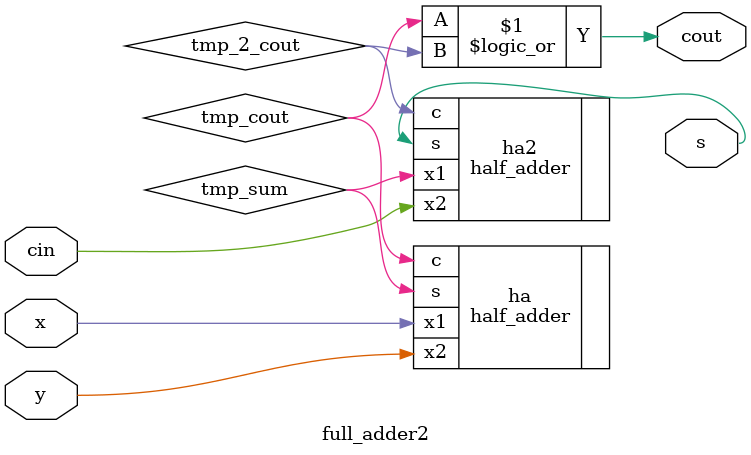
<source format=v>
module full_adder2 (
    input x,
    input y,
    input cin,
    output s,
    output cout
);

wire tmp_cout;
wire tmp_2_cout;

half_adder ha (
    .x1(x),
    .x2(y),
    .s(tmp_sum),
    .c(tmp_cout)
);

half_adder ha2 (
    .x1(tmp_sum),
    .x2(cin),
    .s(s),
    .c(tmp_2_cout)
);

assign cout = tmp_cout || tmp_2_cout;

endmodule

</source>
